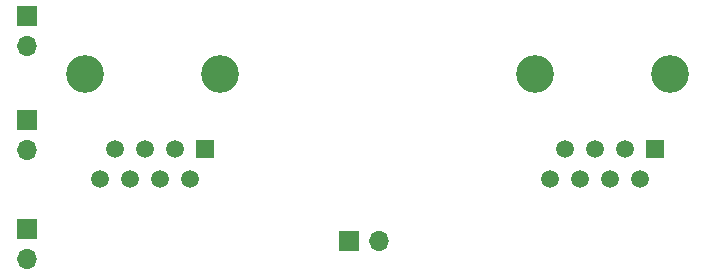
<source format=gbs>
%TF.GenerationSoftware,KiCad,Pcbnew,8.0.4*%
%TF.CreationDate,2024-08-22T06:11:57+01:00*%
%TF.ProjectId,PicoChainReference,5069636f-4368-4616-996e-526566657265,rev?*%
%TF.SameCoordinates,Original*%
%TF.FileFunction,Soldermask,Bot*%
%TF.FilePolarity,Negative*%
%FSLAX46Y46*%
G04 Gerber Fmt 4.6, Leading zero omitted, Abs format (unit mm)*
G04 Created by KiCad (PCBNEW 8.0.4) date 2024-08-22 06:11:57*
%MOMM*%
%LPD*%
G01*
G04 APERTURE LIST*
%ADD10R,1.700000X1.700000*%
%ADD11O,1.700000X1.700000*%
%ADD12C,3.200000*%
%ADD13R,1.500000X1.500000*%
%ADD14C,1.500000*%
G04 APERTURE END LIST*
D10*
%TO.C,J3*%
X102651000Y-88165000D03*
D11*
X102651000Y-90705000D03*
%TD*%
D12*
%TO.C,J1*%
X119014500Y-75046000D03*
X107584500Y-75046000D03*
D13*
X117744500Y-81396000D03*
D14*
X116474500Y-83936000D03*
X115204500Y-81396000D03*
X113934500Y-83936000D03*
X112664500Y-81396000D03*
X111394500Y-83936000D03*
X110124500Y-81396000D03*
X108854500Y-83936000D03*
%TD*%
D10*
%TO.C,J6*%
X102651000Y-78894000D03*
D11*
X102651000Y-81434000D03*
%TD*%
D10*
%TO.C,J5*%
X129951000Y-89186000D03*
D11*
X132491000Y-89186000D03*
%TD*%
D12*
%TO.C,J2*%
X157114500Y-75046000D03*
X145684500Y-75046000D03*
D13*
X155844500Y-81396000D03*
D14*
X154574500Y-83936000D03*
X153304500Y-81396000D03*
X152034500Y-83936000D03*
X150764500Y-81396000D03*
X149494500Y-83936000D03*
X148224500Y-81396000D03*
X146954500Y-83936000D03*
%TD*%
D10*
%TO.C,J4*%
X102651000Y-70131000D03*
D11*
X102651000Y-72671000D03*
%TD*%
M02*

</source>
